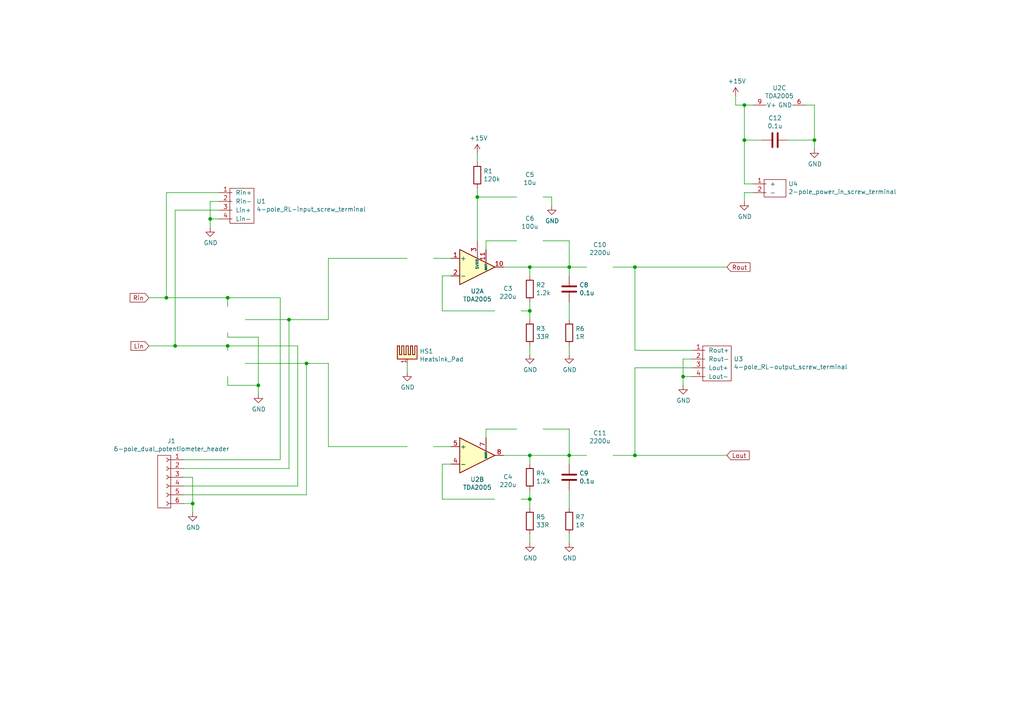
<source format=kicad_sch>
(kicad_sch (version 20211123) (generator eeschema)
  (paper "A4")
  (lib_symbols
    (symbol "Amplifier_Audio:TDA2005" (pin_names (offset 0.127))
      (property "Reference" "U" (at 7.62 6.35 0))
      (property "Value" "TDA2005" (at 7.62 3.81 0))
      (symbol "TDA2005_1_1"
        (polyline (pts (xy -5.08 5.08) (xy 5.08 0) (xy -5.08 -5.08) (xy -5.08 5.08)) (stroke (width 0.254)) (fill (type background)))
        (pin input line (at -7.62 2.54 0) (length 2.54) (name "+") (number "1"))
        (pin output line (at 7.62 0 180) (length 2.54) (name "~") (number "10"))
        (pin passive line (at 2.54 5.08 270) (length 3.81) (name "BOOT") (number "11"))
        (pin input line (at -7.62 -2.54 0) (length 2.54) (name "-") (number "2"))
        (pin passive line (at 0 7.62 270) (length 5.08) (name "SVRR") (number "3"))
      )
      (symbol "TDA2005_2_1"
        (polyline (pts (xy -5.08 5.08) (xy 5.08 0) (xy -5.08 -5.08) (xy -5.08 5.08)) (stroke (width 0.254)) (fill (type background)))
        (pin input line (at -7.62 -2.54 0) (length 2.54) (name "-") (number "4"))
        (pin input line (at -7.62 2.54 0) (length 2.54) (name "+") (number "5"))
        (pin passive line (at 2.54 5.08 270) (length 3.81) (name "BOOT") (number "7"))
        (pin output line (at 7.62 0 180) (length 2.54) (name "~") (number "8"))
      )
      (symbol "TDA2005_3_1"
        (pin power_in line (at -2.54 -7.62 90) (length 3.81) (name "GND") (number "6"))
        (pin power_in line (at -2.54 7.62 270) (length 3.81) (name "V+") (number "9"))
      )
    )
    (symbol "Device:C" (pin_numbers hide) (pin_names (offset 0.254))
      (property "Reference" "C" (at 0.635 2.54 0))
      (property "Value" "C" (at 0.635 -2.54 0))
      (symbol "C_0_1"
        (polyline (pts (xy -2.032 -0.762) (xy 2.032 -0.762)) (stroke (width 0.508)))
        (polyline (pts (xy -2.032 0.762) (xy 2.032 0.762)) (stroke (width 0.508)))
      )
      (symbol "C_1_1"
        (pin passive line (at 0 3.81 270) (length 2.794) (name "~") (number "1"))
        (pin passive line (at 0 -3.81 90) (length 2.794) (name "~") (number "2"))
      )
    )
    (symbol "Device:R" (pin_numbers hide) (pin_names (offset 0))
      (property "Reference" "R" (at 2.032 0 90))
      (property "Value" "R" (at 0 0 90))
      (symbol "R_0_1"
        (rectangle (start -1.016 -2.54) (end 1.016 2.54) (stroke (width 0.254)))
      )
      (symbol "R_1_1"
        (pin passive line (at 0 3.81 270) (length 1.27) (name "~") (number "1"))
        (pin passive line (at 0 -3.81 90) (length 1.27) (name "~") (number "2"))
      )
    )
    (symbol "Mechanical:Heatsink_Pad" (pin_names (offset 0))
      (property "Reference" "HS" (at 0 5.715 0))
      (property "Value" "Heatsink_Pad" (at 0 3.81 0))
      (symbol "Heatsink_Pad_0_1"
        (polyline (pts (xy -0.3302 0) (xy -0.9652 0) (xy -0.9652 2.54) (xy -1.6002 2.54) (xy -1.6002 0) (xy -2.2352 0) (xy -2.2352 2.54) (xy -2.8702 2.54) (xy -2.8702 -1.27) (xy -0.9652 -1.27)) (stroke (width 0.254)) (fill (type background)))
        (polyline (pts (xy -0.3302 0) (xy -0.3302 2.54) (xy 0.3048 2.54) (xy 0.3048 0) (xy 0.9398 0) (xy 0.9398 2.54) (xy 1.5748 2.54) (xy 1.5748 0) (xy 2.2098 0) (xy 2.2098 2.54) (xy 2.8448 2.54) (xy 2.8448 -1.27) (xy -0.9652 -1.27)) (stroke (width 0.254)) (fill (type background)))
      )
      (symbol "Heatsink_Pad_1_1"
        (pin passive line (at 0 -2.54 90) (length 1.27) (name "~") (number "1"))
      )
    )
    (symbol "My_Headers:6-pole_dual_potentiometer_header" (pin_names (offset 1.016) hide)
      (property "Reference" "J" (at 0 7.62 0))
      (property "Value" "6-pole_dual_potentiometer_header" (at 0 -10.16 0))
      (symbol "6-pole_dual_potentiometer_header_0_1"
        (rectangle (start -1.27 6.35) (end 2.54 -8.89))
      )
      (symbol "6-pole_dual_potentiometer_header_1_1"
        (arc (start 0 -7.112) (mid -0.508 -7.62) (end 0 -8.128) (stroke (width 0.1524)))
        (arc (start 0 -4.572) (mid -0.508 -5.08) (end 0 -5.588) (stroke (width 0.1524)))
        (arc (start 0 -2.032) (mid -0.508 -2.54) (end 0 -3.048) (stroke (width 0.1524)))
        (polyline (pts (xy -1.27 -7.62) (xy -0.508 -7.62)) (stroke (width 0.1524)))
        (polyline (pts (xy -1.27 -5.08) (xy -0.508 -5.08)) (stroke (width 0.1524)))
        (polyline (pts (xy -1.27 -2.54) (xy -0.508 -2.54)) (stroke (width 0.1524)))
        (polyline (pts (xy -1.27 0) (xy -0.508 0)) (stroke (width 0.1524)))
        (polyline (pts (xy -1.27 2.54) (xy -0.508 2.54)) (stroke (width 0.1524)))
        (polyline (pts (xy -1.27 5.08) (xy -0.508 5.08)) (stroke (width 0.1524)))
        (arc (start 0 0.508) (mid -0.508 0) (end 0 -0.508) (stroke (width 0.1524)))
        (arc (start 0 3.048) (mid -0.508 2.54) (end 0 2.032) (stroke (width 0.1524)))
        (arc (start 0 5.588) (mid -0.508 5.08) (end 0 4.572) (stroke (width 0.1524)))
        (pin passive line (at -5.08 5.08 0) (length 3.81) (name "Pin_1") (number "1"))
        (pin passive line (at -5.08 2.54 0) (length 3.81) (name "Pin_2") (number "2"))
        (pin passive line (at -5.08 0 0) (length 3.81) (name "Pin_3") (number "3"))
        (pin passive line (at -5.08 -2.54 0) (length 3.81) (name "Pin_4") (number "4"))
        (pin passive line (at -5.08 -5.08 0) (length 3.81) (name "Pin_5") (number "5"))
        (pin passive line (at -5.08 -7.62 0) (length 3.81) (name "Pin_6") (number "6"))
      )
    )
    (symbol "My_Parts:2-pole_power_in_screw_terminal" (pin_names (offset 1.016))
      (property "Reference" "U" (at 4.445 3.175 0))
      (property "Value" "2-pole_power_in_screw_terminal" (at 6.35 -5.715 0))
      (symbol "2-pole_power_in_screw_terminal_0_1"
        (rectangle (start 3.175 1.27) (end 9.525 -3.81))
      )
      (symbol "2-pole_power_in_screw_terminal_1_1"
        (pin power_in line (at 0 0 0) (length 3.81) (name "+") (number "1"))
        (pin power_in line (at 0 -2.54 0) (length 3.81) (name "-") (number "2"))
      )
    )
    (symbol "My_Parts:4-pole_RL-input_screw_terminal" (pin_names (offset 1.016))
      (property "Reference" "U" (at 4.445 3.175 0))
      (property "Value" "4-pole_RL-input_screw_terminal" (at 6.35 -10.795 0))
      (symbol "4-pole_RL-input_screw_terminal_0_1"
        (rectangle (start 3.175 1.27) (end 10.16 -8.89))
      )
      (symbol "4-pole_RL-input_screw_terminal_1_1"
        (pin input line (at 0 0 0) (length 3.81) (name "Rin+") (number "1"))
        (pin input line (at 0 -2.54 0) (length 3.81) (name "Rin-") (number "2"))
        (pin input line (at 0 -5.08 0) (length 3.81) (name "Lin+") (number "3"))
        (pin input line (at 0 -7.62 0) (length 3.81) (name "Lin-") (number "4"))
      )
    )
    (symbol "My_Parts:4-pole_RL-output_screw_terminal" (pin_names (offset 1.016))
      (property "Reference" "U" (at 4.445 3.175 0))
      (property "Value" "4-pole_RL-output_screw_terminal" (at 6.35 -10.795 0))
      (symbol "4-pole_RL-output_screw_terminal_0_1"
        (rectangle (start 3.175 1.27) (end 11.43 -8.89))
      )
      (symbol "4-pole_RL-output_screw_terminal_1_1"
        (pin output line (at 0 0 0) (length 3.81) (name "Rout+") (number "1"))
        (pin output line (at 0 -2.54 0) (length 3.81) (name "Rout-") (number "2"))
        (pin output line (at 0 -5.08 0) (length 3.81) (name "Lout+") (number "3"))
        (pin output line (at 0 -7.62 0) (length 3.81) (name "Lout-") (number "4"))
      )
    )
    (symbol "power:+15V" (power) (pin_names (offset 0))
      (property "Value" "+15V" (at 0 3.556 0))
      (symbol "+15V_0_1"
        (polyline (pts (xy -0.762 1.27) (xy 0 2.54)))
        (polyline (pts (xy 0 0) (xy 0 2.54)))
        (polyline (pts (xy 0 2.54) (xy 0.762 1.27)))
      )
      (symbol "+15V_1_1"
        (pin power_in line (at 0 0 90) (length 0) hide (name "+15V") (number "1"))
      )
    )
    (symbol "power:GND" (power) (pin_names (offset 0))
      (property "Value" "GND" (at 0 -3.81 0))
      (symbol "GND_0_1"
        (polyline (pts (xy 0 0) (xy 0 -1.27) (xy 1.27 -1.27) (xy 0 -2.54) (xy -1.27 -1.27) (xy 0 -1.27)))
      )
      (symbol "GND_1_1"
        (pin power_in line (at 0 0 270) (length 0) hide (name "GND") (number "1"))
      )
    )
  )
  (junction (at 184.15 132.08))
  (junction (at 215.9 40.64))
  (junction (at 60.96 63.5))
  (junction (at 55.88 146.05))
  (junction (at 88.9 105.41))
  (junction (at 165.1 132.08))
  (junction (at 50.8 100.33))
  (junction (at 83.82 92.71))
  (junction (at 153.67 77.47))
  (junction (at 184.15 77.47))
  (junction (at 215.9 30.48))
  (junction (at 66.04 86.36))
  (junction (at 236.22 40.64))
  (junction (at 48.26 86.36))
  (junction (at 153.67 132.08))
  (junction (at 198.12 109.22))
  (junction (at 153.67 90.17))
  (junction (at 66.04 100.33))
  (junction (at 138.43 57.15))
  (junction (at 74.93 111.76))
  (junction (at 165.1 77.47))
  (junction (at 153.67 144.78))
  (wire (pts (xy 60.96 58.42) (xy 60.96 63.5)))
  (wire (pts (xy 184.15 132.08) (xy 210.82 132.08)))
  (wire (pts (xy 86.36 140.97) (xy 53.34 140.97)))
  (wire (pts (xy 165.1 100.33) (xy 165.1 102.87)))
  (wire (pts (xy 236.22 40.64) (xy 228.6 40.64)))
  (wire (pts (xy 95.25 129.54) (xy 118.11 129.54)))
  (wire (pts (xy 153.67 77.47) (xy 153.67 80.01)))
  (wire (pts (xy 71.12 92.71) (xy 83.82 92.71)))
  (wire (pts (xy 95.25 74.93) (xy 118.11 74.93)))
  (wire (pts (xy 165.1 77.47) (xy 165.1 80.01)))
  (wire (pts (xy 138.43 69.85) (xy 138.43 57.15)))
  (wire (pts (xy 153.67 87.63) (xy 153.67 90.17)))
  (wire (pts (xy 63.5 60.96) (xy 50.8 60.96)))
  (wire (pts (xy 88.9 105.41) (xy 88.9 143.51)))
  (wire (pts (xy 55.88 138.43) (xy 55.88 146.05)))
  (wire (pts (xy 153.67 157.48) (xy 153.67 154.94)))
  (wire (pts (xy 165.1 69.85) (xy 165.1 77.47)))
  (wire (pts (xy 213.36 30.48) (xy 213.36 27.94)))
  (wire (pts (xy 53.34 138.43) (xy 55.88 138.43)))
  (wire (pts (xy 165.1 87.63) (xy 165.1 92.71)))
  (wire (pts (xy 63.5 58.42) (xy 60.96 58.42)))
  (wire (pts (xy 165.1 154.94) (xy 165.1 157.48)))
  (wire (pts (xy 66.04 86.36) (xy 81.28 86.36)))
  (wire (pts (xy 165.1 124.46) (xy 165.1 132.08)))
  (wire (pts (xy 50.8 100.33) (xy 43.18 100.33)))
  (wire (pts (xy 218.44 55.88) (xy 215.9 55.88)))
  (wire (pts (xy 184.15 77.47) (xy 210.82 77.47)))
  (wire (pts (xy 153.67 102.87) (xy 153.67 100.33)))
  (wire (pts (xy 143.51 90.17) (xy 128.27 90.17)))
  (wire (pts (xy 66.04 100.33) (xy 86.36 100.33)))
  (wire (pts (xy 83.82 92.71) (xy 95.25 92.71)))
  (wire (pts (xy 63.5 55.88) (xy 48.26 55.88)))
  (wire (pts (xy 71.12 105.41) (xy 88.9 105.41)))
  (wire (pts (xy 130.81 74.93) (xy 125.73 74.93)))
  (wire (pts (xy 215.9 53.34) (xy 218.44 53.34)))
  (wire (pts (xy 215.9 30.48) (xy 215.9 40.64)))
  (wire (pts (xy 50.8 60.96) (xy 50.8 100.33)))
  (wire (pts (xy 157.48 69.85) (xy 165.1 69.85)))
  (wire (pts (xy 88.9 143.51) (xy 53.34 143.51)))
  (wire (pts (xy 81.28 86.36) (xy 81.28 133.35)))
  (wire (pts (xy 177.8 132.08) (xy 184.15 132.08)))
  (wire (pts (xy 233.68 30.48) (xy 236.22 30.48)))
  (wire (pts (xy 83.82 92.71) (xy 83.82 135.89)))
  (wire (pts (xy 140.97 124.46) (xy 149.86 124.46)))
  (wire (pts (xy 153.67 77.47) (xy 165.1 77.47)))
  (wire (pts (xy 143.51 144.78) (xy 128.27 144.78)))
  (wire (pts (xy 66.04 101.6) (xy 66.04 100.33)))
  (wire (pts (xy 86.36 100.33) (xy 86.36 140.97)))
  (wire (pts (xy 153.67 142.24) (xy 153.67 144.78)))
  (wire (pts (xy 198.12 104.14) (xy 198.12 109.22)))
  (wire (pts (xy 81.28 133.35) (xy 53.34 133.35)))
  (wire (pts (xy 165.1 142.24) (xy 165.1 147.32)))
  (wire (pts (xy 95.25 92.71) (xy 95.25 74.93)))
  (wire (pts (xy 128.27 144.78) (xy 128.27 134.62)))
  (wire (pts (xy 48.26 55.88) (xy 48.26 86.36)))
  (wire (pts (xy 66.04 96.52) (xy 66.04 97.79)))
  (wire (pts (xy 151.13 90.17) (xy 153.67 90.17)))
  (wire (pts (xy 140.97 124.46) (xy 140.97 127)))
  (wire (pts (xy 184.15 106.68) (xy 200.66 106.68)))
  (wire (pts (xy 200.66 104.14) (xy 198.12 104.14)))
  (wire (pts (xy 88.9 105.41) (xy 95.25 105.41)))
  (wire (pts (xy 165.1 77.47) (xy 170.18 77.47)))
  (wire (pts (xy 128.27 90.17) (xy 128.27 80.01)))
  (wire (pts (xy 200.66 101.6) (xy 184.15 101.6)))
  (wire (pts (xy 118.11 105.41) (xy 118.11 107.95)))
  (wire (pts (xy 153.67 90.17) (xy 153.67 92.71)))
  (wire (pts (xy 151.13 144.78) (xy 153.67 144.78)))
  (wire (pts (xy 153.67 132.08) (xy 153.67 134.62)))
  (wire (pts (xy 236.22 40.64) (xy 236.22 43.18)))
  (wire (pts (xy 165.1 132.08) (xy 170.18 132.08)))
  (wire (pts (xy 157.48 57.15) (xy 160.02 57.15)))
  (wire (pts (xy 215.9 55.88) (xy 215.9 58.42)))
  (wire (pts (xy 130.81 129.54) (xy 125.73 129.54)))
  (wire (pts (xy 55.88 146.05) (xy 55.88 148.59)))
  (wire (pts (xy 236.22 30.48) (xy 236.22 40.64)))
  (wire (pts (xy 128.27 80.01) (xy 130.81 80.01)))
  (wire (pts (xy 60.96 63.5) (xy 60.96 66.04)))
  (wire (pts (xy 74.93 97.79) (xy 74.93 111.76)))
  (wire (pts (xy 138.43 57.15) (xy 138.43 54.61)))
  (wire (pts (xy 198.12 109.22) (xy 200.66 109.22)))
  (wire (pts (xy 48.26 86.36) (xy 43.18 86.36)))
  (wire (pts (xy 66.04 86.36) (xy 48.26 86.36)))
  (wire (pts (xy 146.05 132.08) (xy 153.67 132.08)))
  (wire (pts (xy 218.44 30.48) (xy 215.9 30.48)))
  (wire (pts (xy 83.82 135.89) (xy 53.34 135.89)))
  (wire (pts (xy 160.02 57.15) (xy 160.02 59.69)))
  (wire (pts (xy 157.48 124.46) (xy 165.1 124.46)))
  (wire (pts (xy 138.43 46.99) (xy 138.43 44.45)))
  (wire (pts (xy 66.04 111.76) (xy 66.04 109.22)))
  (wire (pts (xy 66.04 97.79) (xy 74.93 97.79)))
  (wire (pts (xy 165.1 132.08) (xy 165.1 134.62)))
  (wire (pts (xy 128.27 134.62) (xy 130.81 134.62)))
  (wire (pts (xy 140.97 69.85) (xy 149.86 69.85)))
  (wire (pts (xy 177.8 77.47) (xy 184.15 77.47)))
  (wire (pts (xy 215.9 40.64) (xy 220.98 40.64)))
  (wire (pts (xy 146.05 77.47) (xy 153.67 77.47)))
  (wire (pts (xy 184.15 106.68) (xy 184.15 132.08)))
  (wire (pts (xy 60.96 63.5) (xy 63.5 63.5)))
  (wire (pts (xy 66.04 88.9) (xy 66.04 86.36)))
  (wire (pts (xy 66.04 100.33) (xy 50.8 100.33)))
  (wire (pts (xy 74.93 111.76) (xy 74.93 114.3)))
  (wire (pts (xy 215.9 30.48) (xy 213.36 30.48)))
  (wire (pts (xy 198.12 109.22) (xy 198.12 111.76)))
  (wire (pts (xy 215.9 40.64) (xy 215.9 53.34)))
  (wire (pts (xy 95.25 105.41) (xy 95.25 129.54)))
  (wire (pts (xy 153.67 144.78) (xy 153.67 147.32)))
  (wire (pts (xy 74.93 111.76) (xy 66.04 111.76)))
  (wire (pts (xy 55.88 146.05) (xy 53.34 146.05)))
  (wire (pts (xy 140.97 72.39) (xy 140.97 69.85)))
  (wire (pts (xy 184.15 101.6) (xy 184.15 77.47)))
  (wire (pts (xy 153.67 132.08) (xy 165.1 132.08)))
  (wire (pts (xy 138.43 57.15) (xy 149.86 57.15)))
  (global_label "Lin" (shape input) (at 43.18 100.33 180) (property "Intersheet References" "${INTERSHEET_REFS}" (effects hide)))
  (global_label "Rout" (shape input) (at 210.82 77.47 0) (property "Intersheet References" "${INTERSHEET_REFS}" (effects hide)))
  (global_label "Lout" (shape input) (at 210.82 132.08 0) (property "Intersheet References" "${INTERSHEET_REFS}" (effects hide)))
  (global_label "Rin" (shape input) (at 43.18 86.36 180) (property "Intersheet References" "${INTERSHEET_REFS}" (effects hide)))
  (symbol (lib_id "Amplifier_Audio:TDA2005") (at 138.43 77.47 0) (unit 1)
    (property "Reference" "U2" (at 138.43 84.455 0))
    (property "Value" "TDA2005" (at 138.43 86.7664 0))
    (property "Footprint" "My_Misc:TO-220-11_P3.4x5.08mm_StaggerOdd_Lead4.85mm_Vertical_large" (effects hide))
    (property "Datasheet" "http://www.st.com/resource/en/datasheet/cd00000124.pdf" (effects hide))
  )
  (symbol (lib_id "Amplifier_Audio:TDA2005") (at 138.43 132.08 0) (unit 2)
    (property "Reference" "U2" (at 138.43 139.065 0))
    (property "Value" "TDA2005" (at 138.43 141.3764 0))
    (property "Footprint" "My_Misc:TO-220-11_P3.4x5.08mm_StaggerOdd_Lead4.85mm_Vertical_large" (effects hide))
    (property "Datasheet" "http://www.st.com/resource/en/datasheet/cd00000124.pdf" (effects hide))
  )
  (symbol (lib_id "Amplifier_Audio:TDA2005") (at 226.06 27.94 90) (unit 3)
    (property "Reference" "U2" (at 226.06 25.527 90))
    (property "Value" "TDA2005" (at 226.06 27.8384 90))
    (property "Footprint" "My_Misc:TO-220-11_P3.4x5.08mm_StaggerOdd_Lead4.85mm_Vertical_large" (effects hide))
    (property "Datasheet" "http://www.st.com/resource/en/datasheet/cd00000124.pdf" (effects hide))
  )
  (symbol (lib_id "Device:CP") (at 121.92 74.93 270) (unit 1)
    (property "Reference" "C1" (at 121.92 68.453 90))
    (property "Value" "2.2u" (at 121.92 70.7644 90))
    (property "Footprint" "My_Misc:CP_Radial_D5.0mm_P2.00mm_larger" (effects hide))
  )
  (symbol (lib_id "Device:R") (at 153.67 83.82 0) (unit 1)
    (property "Reference" "R2" (at 155.448 82.6516 0) (effects (justify left)))
    (property "Value" "1.2k" (at 155.448 84.963 0) (effects (justify left)))
    (property "Footprint" "My_Misc:R_Axial_DIN0414_L11.9mm_D4.5mm_P15.24mm_Horizontal_larger" (effects hide))
  )
  (symbol (lib_id "Device:R") (at 153.67 96.52 0) (unit 1)
    (property "Reference" "R3" (at 155.448 95.3516 0) (effects (justify left)))
    (property "Value" "33R" (at 155.448 97.663 0) (effects (justify left)))
    (property "Footprint" "My_Misc:R_Axial_DIN0414_L11.9mm_D4.5mm_P15.24mm_Horizontal_larger" (effects hide))
  )
  (symbol (lib_id "Device:CP") (at 147.32 90.17 90) (unit 1)
    (property "Reference" "C3" (at 147.32 83.693 90))
    (property "Value" "220u" (at 147.32 86.0044 90))
    (property "Footprint" "My_Misc:CP_Radial_D8.0mm_P3.50mm_large" (effects hide))
  )
  (symbol (lib_id "power:GND") (at 153.67 102.87 0) (unit 1)
    (property "Reference" "#PWR05" (effects hide))
    (property "Value" "GND" (at 153.797 107.2642 0))
  )
  (symbol (lib_id "Device:C") (at 165.1 83.82 0) (unit 1)
    (property "Reference" "C8" (at 168.021 82.6516 0) (effects (justify left)))
    (property "Value" "0.1u" (at 168.021 84.963 0) (effects (justify left)))
    (property "Footprint" "My_Misc:C_Disc_D7.5mm_W2.5mm_P5.00mm_larger" (effects hide))
  )
  (symbol (lib_id "Device:R") (at 165.1 96.52 0) (unit 1)
    (property "Reference" "R6" (at 166.878 95.3516 0) (effects (justify left)))
    (property "Value" "1R" (at 166.878 97.663 0) (effects (justify left)))
    (property "Footprint" "My_Misc:R_Axial_DIN0414_L11.9mm_D4.5mm_P15.24mm_Horizontal_larger" (effects hide))
  )
  (symbol (lib_id "power:GND") (at 165.1 102.87 0) (unit 1)
    (property "Reference" "#PWR08" (effects hide))
    (property "Value" "GND" (at 165.227 107.2642 0))
  )
  (symbol (lib_id "Device:CP") (at 173.99 77.47 90) (unit 1)
    (property "Reference" "C10" (at 173.99 70.993 90))
    (property "Value" "2200u" (at 173.99 73.3044 90))
    (property "Footprint" "My_Misc:CP_Radial_D13.0mm_P5.00mm_larger" (effects hide))
  )
  (symbol (lib_id "Device:CP") (at 153.67 69.85 90) (unit 1)
    (property "Reference" "C6" (at 153.67 63.373 90))
    (property "Value" "100u" (at 153.67 65.6844 90))
    (property "Footprint" "My_Misc:CP_Radial_D6.3mm_P2.50mm_large" (effects hide))
  )
  (symbol (lib_id "Device:CP") (at 153.67 57.15 90) (unit 1)
    (property "Reference" "C5" (at 153.67 50.673 90))
    (property "Value" "10u" (at 153.67 52.9844 90))
    (property "Footprint" "My_Misc:CP_Radial_D5.0mm_P2.00mm_larger" (effects hide))
  )
  (symbol (lib_id "power:GND") (at 160.02 59.69 0) (unit 1)
    (property "Reference" "#PWR07" (effects hide))
    (property "Value" "GND" (at 160.147 64.0842 0))
  )
  (symbol (lib_id "Device:R") (at 138.43 50.8 0) (unit 1)
    (property "Reference" "R1" (at 140.208 49.6316 0) (effects (justify left)))
    (property "Value" "120k" (at 140.208 51.943 0) (effects (justify left)))
    (property "Footprint" "My_Misc:R_Axial_DIN0414_L11.9mm_D4.5mm_P15.24mm_Horizontal_larger" (effects hide))
  )
  (symbol (lib_id "power:+15V") (at 138.43 44.45 0) (unit 1)
    (property "Reference" "#PWR04" (effects hide))
    (property "Value" "+15V" (at 138.811 40.0558 0))
  )
  (symbol (lib_id "Device:C") (at 224.79 40.64 270) (unit 1)
    (property "Reference" "C12" (at 224.79 34.2392 90))
    (property "Value" "0.1u" (at 224.79 36.5506 90))
    (property "Footprint" "My_Misc:C_Disc_D7.5mm_W2.5mm_P5.00mm_larger" (effects hide))
  )
  (symbol (lib_id "power:GND") (at 236.22 43.18 0) (unit 1)
    (property "Reference" "#PWR013" (effects hide))
    (property "Value" "GND" (at 236.347 47.5742 0))
  )
  (symbol (lib_id "power:+15V") (at 213.36 27.94 0) (unit 1)
    (property "Reference" "#PWR011" (effects hide))
    (property "Value" "+15V" (at 213.741 23.5458 0))
  )
  (symbol (lib_id "Device:R") (at 153.67 138.43 0) (unit 1)
    (property "Reference" "R4" (at 155.448 137.2616 0) (effects (justify left)))
    (property "Value" "1.2k" (at 155.448 139.573 0) (effects (justify left)))
    (property "Footprint" "My_Misc:R_Axial_DIN0414_L11.9mm_D4.5mm_P15.24mm_Horizontal_larger" (effects hide))
  )
  (symbol (lib_id "Device:R") (at 153.67 151.13 0) (unit 1)
    (property "Reference" "R5" (at 155.448 149.9616 0) (effects (justify left)))
    (property "Value" "33R" (at 155.448 152.273 0) (effects (justify left)))
    (property "Footprint" "My_Misc:R_Axial_DIN0414_L11.9mm_D4.5mm_P15.24mm_Horizontal_larger" (effects hide))
  )
  (symbol (lib_id "Device:CP") (at 147.32 144.78 90) (unit 1)
    (property "Reference" "C4" (at 147.32 138.303 90))
    (property "Value" "220u" (at 147.32 140.6144 90))
    (property "Footprint" "My_Misc:CP_Radial_D8.0mm_P3.50mm_large" (effects hide))
  )
  (symbol (lib_id "power:GND") (at 153.67 157.48 0) (unit 1)
    (property "Reference" "#PWR06" (effects hide))
    (property "Value" "GND" (at 153.797 161.8742 0))
  )
  (symbol (lib_id "Device:C") (at 165.1 138.43 0) (unit 1)
    (property "Reference" "C9" (at 168.021 137.2616 0) (effects (justify left)))
    (property "Value" "0.1u" (at 168.021 139.573 0) (effects (justify left)))
    (property "Footprint" "My_Misc:C_Disc_D7.5mm_W2.5mm_P5.00mm_larger" (effects hide))
  )
  (symbol (lib_id "Device:R") (at 165.1 151.13 0) (unit 1)
    (property "Reference" "R7" (at 166.878 149.9616 0) (effects (justify left)))
    (property "Value" "1R" (at 166.878 152.273 0) (effects (justify left)))
    (property "Footprint" "My_Misc:R_Axial_DIN0414_L11.9mm_D4.5mm_P15.24mm_Horizontal_larger" (effects hide))
  )
  (symbol (lib_id "power:GND") (at 165.1 157.48 0) (unit 1)
    (property "Reference" "#PWR09" (effects hide))
    (property "Value" "GND" (at 165.227 161.8742 0))
  )
  (symbol (lib_id "Device:CP") (at 173.99 132.08 90) (unit 1)
    (property "Reference" "C11" (at 173.99 125.603 90))
    (property "Value" "2200u" (at 173.99 127.9144 90))
    (property "Footprint" "My_Misc:CP_Radial_D13.0mm_P5.00mm_larger" (effects hide))
  )
  (symbol (lib_id "Device:CP") (at 153.67 124.46 90) (unit 1)
    (property "Reference" "C7" (at 153.67 117.983 90))
    (property "Value" "100u" (at 153.67 120.2944 90))
    (property "Footprint" "My_Misc:CP_Radial_D6.3mm_P2.50mm_large" (effects hide))
  )
  (symbol (lib_id "Device:CP") (at 121.92 129.54 270) (unit 1)
    (property "Reference" "C2" (at 121.92 123.063 90))
    (property "Value" "2.2u" (at 121.92 125.3744 90))
    (property "Footprint" "My_Misc:CP_Radial_D5.0mm_P2.00mm_larger" (effects hide))
  )
  (symbol (lib_id "Device:R_POT_Dual") (at 68.58 99.06 270) (unit 1)
    (property "Reference" "RV1" (at 63.8302 97.8916 90) (effects (justify right)))
    (property "Value" "R_POT_Dual" (at 63.8302 100.203 90) (effects (justify right)))
  )
  (symbol (lib_id "power:GND") (at 74.93 114.3 0) (unit 1)
    (property "Reference" "#PWR03" (effects hide))
    (property "Value" "GND" (at 75.057 118.6942 0))
  )
  (symbol (lib_id "My_Parts:2-pole_power_in_screw_terminal") (at 218.44 53.34 0) (unit 1)
    (property "Reference" "U4" (at 228.6508 53.3146 0) (effects (justify left)))
    (property "Value" "2-pole_power_in_screw_terminal" (at 228.6508 55.626 0) (effects (justify left)))
    (property "Footprint" "My_Parts:2-pole_power_in_screw_terminal" (effects hide))
  )
  (symbol (lib_id "power:GND") (at 215.9 58.42 0) (unit 1)
    (property "Reference" "#PWR012" (effects hide))
    (property "Value" "GND" (at 216.027 62.8142 0))
  )
  (symbol (lib_id "My_Parts:4-pole_RL-output_screw_terminal") (at 200.66 101.6 0) (unit 1)
    (property "Reference" "U3" (at 212.8012 104.1146 0) (effects (justify left)))
    (property "Value" "4-pole_RL-output_screw_terminal" (at 212.8012 106.426 0) (effects (justify left)))
    (property "Footprint" "My_Parts:4-pole_screw_terminal_RL_output" (effects hide))
  )
  (symbol (lib_id "power:GND") (at 198.12 111.76 0) (unit 1)
    (property "Reference" "#PWR010" (effects hide))
    (property "Value" "GND" (at 198.247 116.1542 0))
  )
  (symbol (lib_id "My_Parts:4-pole_RL-input_screw_terminal") (at 63.5 55.88 0) (unit 1)
    (property "Reference" "U1" (at 74.3712 58.3946 0) (effects (justify left)))
    (property "Value" "4-pole_RL-input_screw_terminal" (at 74.3712 60.706 0) (effects (justify left)))
    (property "Footprint" "My_Parts:4-pole_screw_terminal_RL_input" (effects hide))
  )
  (symbol (lib_id "power:GND") (at 60.96 66.04 0) (unit 1)
    (property "Reference" "#PWR02" (effects hide))
    (property "Value" "GND" (at 61.087 70.4342 0))
  )
  (symbol (lib_id "My_Headers:6-pole_dual_potentiometer_header") (at 48.26 138.43 0) (mirror y) (unit 1)
    (property "Reference" "J1" (at 49.7332 127.889 0))
    (property "Value" "6-pole_dual_potentiometer_header" (at 49.7332 130.2004 0))
    (property "Footprint" "My_Headers:6-pin_dual_potentiometer_header_large" (effects hide))
  )
  (symbol (lib_id "power:GND") (at 55.88 148.59 0) (unit 1)
    (property "Reference" "#PWR01" (effects hide))
    (property "Value" "GND" (at 56.007 152.9842 0))
  )
  (symbol (lib_id "Mechanical:Heatsink_Pad") (at 118.11 102.87 0) (unit 1)
    (property "Reference" "HS1" (at 121.6914 101.8794 0) (effects (justify left)))
    (property "Value" "Heatsink_Pad" (at 121.6914 104.1908 0) (effects (justify left)))
    (property "Footprint" "My_Heatsinks:EK-41002859" (effects hide))
  )
  (symbol (lib_id "power:GND") (at 118.11 107.95 0) (unit 1)
    (property "Reference" "#PWR0101" (effects hide))
    (property "Value" "GND" (at 118.237 112.3442 0))
  )
)
</source>
